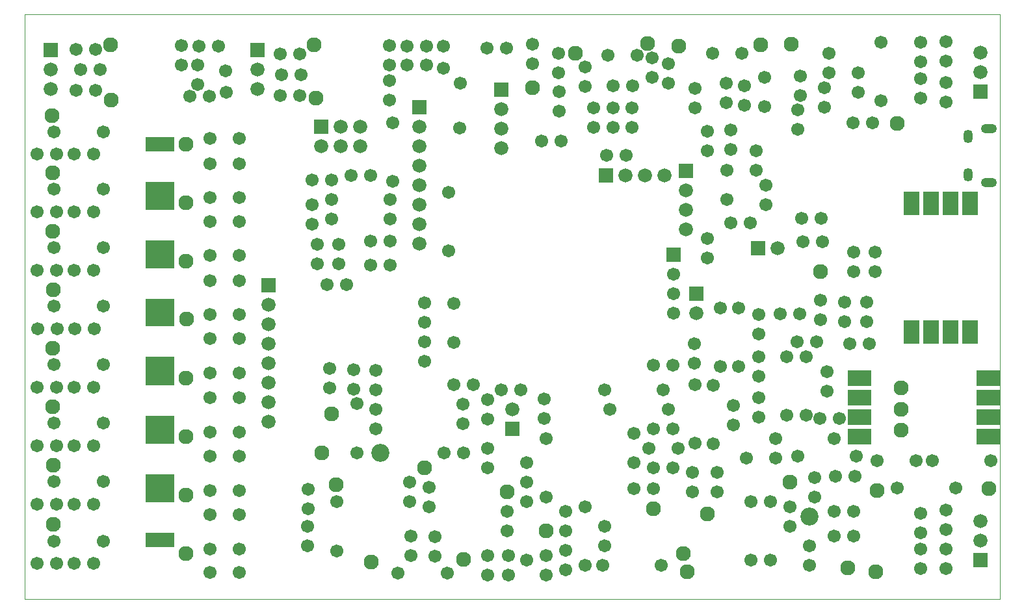
<source format=gbs>
G04 (created by PCBNEW-RS274X (2010-03-14)-final) date Wed 18 Sep 2013 10:54:28 PM EDT*
G01*
G70*
G90*
%MOIN*%
G04 Gerber Fmt 3.4, Leading zero omitted, Abs format*
%FSLAX34Y34*%
G04 APERTURE LIST*
%ADD10C,0.001000*%
%ADD11R,0.145000X0.073000*%
%ADD12C,0.067000*%
%ADD13R,0.072000X0.072000*%
%ADD14C,0.072000*%
%ADD15C,0.077000*%
%ADD16C,0.092000*%
%ADD17R,0.080000X0.120000*%
%ADD18R,0.120000X0.080000*%
%ADD19O,0.049500X0.069200*%
%ADD20O,0.081000X0.047600*%
G04 APERTURE END LIST*
G54D10*
X13760Y-39080D02*
X13760Y-09080D01*
X63760Y-39080D02*
X13760Y-39080D01*
X63760Y-09080D02*
X63760Y-39080D01*
X13760Y-09080D02*
X63760Y-09080D01*
G54D11*
X20709Y-33719D03*
X20709Y-36029D03*
X20709Y-30719D03*
X20709Y-33029D03*
X20709Y-27719D03*
X20709Y-30029D03*
X20709Y-24699D03*
X20709Y-27009D03*
X20709Y-21719D03*
X20709Y-24029D03*
X20709Y-18719D03*
X20709Y-21029D03*
X20709Y-15723D03*
X20709Y-18033D03*
G54D12*
X50976Y-19769D03*
X49976Y-19769D03*
X59484Y-31972D03*
X57484Y-31972D03*
X59700Y-37510D03*
X59700Y-36510D03*
X61000Y-37500D03*
X61000Y-36500D03*
X61000Y-34500D03*
X61000Y-35500D03*
X59700Y-34670D03*
X59700Y-35670D03*
X54010Y-36330D03*
X54010Y-37330D03*
X55260Y-35830D03*
X56260Y-35830D03*
X55260Y-34580D03*
X56260Y-34580D03*
X55340Y-32780D03*
X56340Y-32780D03*
X54898Y-28417D03*
X54898Y-27417D03*
X51401Y-29744D03*
X51401Y-28744D03*
X54358Y-25878D03*
X53358Y-25878D03*
X51398Y-27634D03*
X51398Y-26634D03*
X48760Y-20580D03*
X48760Y-21580D03*
X48120Y-25970D03*
X48120Y-26970D03*
X46010Y-27080D03*
X47010Y-27080D03*
X50090Y-30130D03*
X50090Y-29130D03*
X48010Y-33580D03*
X48010Y-32580D03*
X46010Y-32330D03*
X47010Y-32330D03*
X47010Y-30330D03*
X46010Y-30330D03*
X43510Y-35330D03*
X43510Y-36330D03*
X40510Y-36830D03*
X40510Y-37830D03*
X38560Y-36830D03*
X38560Y-37830D03*
X37510Y-36830D03*
X37510Y-37830D03*
X40410Y-29800D03*
X40410Y-28800D03*
X34272Y-26882D03*
X34272Y-25882D03*
X34272Y-23868D03*
X34272Y-24868D03*
X35776Y-23894D03*
X35776Y-25894D03*
X29510Y-17580D03*
X28510Y-17580D03*
X28510Y-18830D03*
X28510Y-19830D03*
X32510Y-21930D03*
X31510Y-21930D03*
X29860Y-21880D03*
X29860Y-20880D03*
X28760Y-21880D03*
X28760Y-20880D03*
X40260Y-15580D03*
X41260Y-15580D03*
X43921Y-12732D03*
X44921Y-12732D03*
X48142Y-12858D03*
X48142Y-13858D03*
X53620Y-19520D03*
X54620Y-19520D03*
X53680Y-20750D03*
X54680Y-20750D03*
X57240Y-14630D03*
X56240Y-14630D03*
G54D13*
X28970Y-14840D03*
G54D14*
X28970Y-15840D03*
X29970Y-14840D03*
X29970Y-15840D03*
X30970Y-14840D03*
X30970Y-15840D03*
G54D13*
X34010Y-13830D03*
G54D14*
X34010Y-14830D03*
X34010Y-15830D03*
X34010Y-16830D03*
X34010Y-17830D03*
X34010Y-18830D03*
X34010Y-19830D03*
X34010Y-20830D03*
G54D13*
X38210Y-12920D03*
G54D14*
X38210Y-13920D03*
X38210Y-14920D03*
X38210Y-15920D03*
G54D13*
X26268Y-22965D03*
G54D14*
X26268Y-23965D03*
X26268Y-24965D03*
X26268Y-25965D03*
X26268Y-26965D03*
X26268Y-27965D03*
X26268Y-28965D03*
X26268Y-29965D03*
X62760Y-36080D03*
X62760Y-35080D03*
G54D13*
X62760Y-37080D03*
X47680Y-17090D03*
G54D14*
X47680Y-18090D03*
X47680Y-19090D03*
X47680Y-20090D03*
G54D13*
X43560Y-17350D03*
G54D14*
X44560Y-17350D03*
X45560Y-17350D03*
X46560Y-17350D03*
G54D13*
X38760Y-30330D03*
G54D14*
X38760Y-29330D03*
G54D15*
X39795Y-12850D03*
X53071Y-10598D03*
X47524Y-36740D03*
X22048Y-18720D03*
G54D12*
X40510Y-33830D03*
X40510Y-30830D03*
X56420Y-31730D03*
X53420Y-31730D03*
X55260Y-30830D03*
X52260Y-30830D03*
X49070Y-28090D03*
X49070Y-31090D03*
X48140Y-31080D03*
X48140Y-28080D03*
X46760Y-29330D03*
X43760Y-29330D03*
X43510Y-28330D03*
X46510Y-28330D03*
X39190Y-28330D03*
X38190Y-28330D03*
G54D15*
X54563Y-22272D03*
G54D12*
X39510Y-37080D03*
X39510Y-34080D03*
X43420Y-37340D03*
X46420Y-37340D03*
X42510Y-37330D03*
X42510Y-34330D03*
X52010Y-37080D03*
X52010Y-34080D03*
X51010Y-34080D03*
X51010Y-37080D03*
X56510Y-13080D03*
X56510Y-12080D03*
G54D15*
X34260Y-32330D03*
X29510Y-29580D03*
G54D16*
X32010Y-31580D03*
G54D12*
X29400Y-27250D03*
X29400Y-28250D03*
X31760Y-29330D03*
X31760Y-30330D03*
X31760Y-27330D03*
X31760Y-28330D03*
X37510Y-28830D03*
X37510Y-29830D03*
X35510Y-21200D03*
X35510Y-18200D03*
X28260Y-35330D03*
X28260Y-36330D03*
X33510Y-34080D03*
X33510Y-33080D03*
X34510Y-34330D03*
X34510Y-33330D03*
G54D15*
X29750Y-33200D03*
G54D12*
X24768Y-33490D03*
X23268Y-33490D03*
X24758Y-36490D03*
X23258Y-36490D03*
X23268Y-34730D03*
X24768Y-34730D03*
X23274Y-37689D03*
X24774Y-37689D03*
X37510Y-32330D03*
X37510Y-31330D03*
X36260Y-31580D03*
X35260Y-31580D03*
X51760Y-17830D03*
X51760Y-18830D03*
X48760Y-16080D03*
X48760Y-15080D03*
G54D15*
X31530Y-37170D03*
X29010Y-31580D03*
G54D12*
X52260Y-31830D03*
X50760Y-31830D03*
X45760Y-31330D03*
X47260Y-31330D03*
X45010Y-30580D03*
X45010Y-32080D03*
X32510Y-19580D03*
X29510Y-19580D03*
X32510Y-18580D03*
X29510Y-18580D03*
X51693Y-13789D03*
X51693Y-12289D03*
X49760Y-17080D03*
X49760Y-18580D03*
X23258Y-28730D03*
X24758Y-28730D03*
X23258Y-31730D03*
X24758Y-31730D03*
X24758Y-21450D03*
X23258Y-21450D03*
X24758Y-24460D03*
X23258Y-24460D03*
X24758Y-27460D03*
X23258Y-27460D03*
X24758Y-30500D03*
X23258Y-30500D03*
X23258Y-22730D03*
X24758Y-22730D03*
X23258Y-25710D03*
X24758Y-25710D03*
X24758Y-18470D03*
X23258Y-18470D03*
X23258Y-19710D03*
X24758Y-19710D03*
X24758Y-15420D03*
X23258Y-15420D03*
X23258Y-16730D03*
X24758Y-16730D03*
G54D15*
X22048Y-15720D03*
X63220Y-33398D03*
X46010Y-34430D03*
X57420Y-37660D03*
X38510Y-33580D03*
X48780Y-34690D03*
X40510Y-35580D03*
X47748Y-37677D03*
G54D16*
X54010Y-34830D03*
G54D15*
X55980Y-37480D03*
X53010Y-33080D03*
X57461Y-33516D03*
X42010Y-11080D03*
X45689Y-10567D03*
X51504Y-10646D03*
X36280Y-37020D03*
G54D12*
X30510Y-17330D03*
X31510Y-17330D03*
G54D15*
X58492Y-14657D03*
X47303Y-10701D03*
G54D12*
X29260Y-22950D03*
X30260Y-22950D03*
X36760Y-28080D03*
X35760Y-28080D03*
X55547Y-29795D03*
X54547Y-29795D03*
X49748Y-13587D03*
X49748Y-12587D03*
X42510Y-12780D03*
X42510Y-11780D03*
X45953Y-12315D03*
X45953Y-11315D03*
X39510Y-32080D03*
X39510Y-33080D03*
X49260Y-32580D03*
X49260Y-33580D03*
X38510Y-35580D03*
X38510Y-34580D03*
X46010Y-33410D03*
X45010Y-33410D03*
X41510Y-34580D03*
X41510Y-35580D03*
X41510Y-37580D03*
X41510Y-36580D03*
X54260Y-32830D03*
X54260Y-33830D03*
X53010Y-35330D03*
X53010Y-34330D03*
X33580Y-35840D03*
X33580Y-36840D03*
X53527Y-12232D03*
X53527Y-13232D03*
X55010Y-11080D03*
X55010Y-12080D03*
X31500Y-20700D03*
X32500Y-20700D03*
X32650Y-14632D03*
X32650Y-17632D03*
X44610Y-16290D03*
X43610Y-16290D03*
X41160Y-13020D03*
X41160Y-14020D03*
X41150Y-12060D03*
X41150Y-11060D03*
X15388Y-16250D03*
X14388Y-16250D03*
X15388Y-19200D03*
X14388Y-19200D03*
X15388Y-22200D03*
X14388Y-22200D03*
X15438Y-25200D03*
X14438Y-25200D03*
X15388Y-28200D03*
X14388Y-28200D03*
X15388Y-31200D03*
X14388Y-31200D03*
X15388Y-34200D03*
X14388Y-34200D03*
X15388Y-37250D03*
X14388Y-37250D03*
X38468Y-10807D03*
X37468Y-10807D03*
X39799Y-11587D03*
X39799Y-10587D03*
X59700Y-13360D03*
X59700Y-12360D03*
X59690Y-10500D03*
X59690Y-11500D03*
X60990Y-10480D03*
X60990Y-11480D03*
X61000Y-13580D03*
X61000Y-12580D03*
G54D14*
X62760Y-12040D03*
X62760Y-11040D03*
G54D13*
X62760Y-13040D03*
G54D12*
X43930Y-14860D03*
X43930Y-13860D03*
X44910Y-14860D03*
X44910Y-13860D03*
X42930Y-14860D03*
X42930Y-13860D03*
X36240Y-30070D03*
X36240Y-29070D03*
X30650Y-27300D03*
X30650Y-28300D03*
X28320Y-34430D03*
X28320Y-33430D03*
X34790Y-35880D03*
X34790Y-36880D03*
X16288Y-16250D03*
X17288Y-16250D03*
X16288Y-19200D03*
X17288Y-19200D03*
X16338Y-25200D03*
X17338Y-25200D03*
X16288Y-22200D03*
X17288Y-22200D03*
X16288Y-31200D03*
X17288Y-31200D03*
X16288Y-28200D03*
X17288Y-28200D03*
X16288Y-37250D03*
X17288Y-37250D03*
X16288Y-34200D03*
X17288Y-34200D03*
X49960Y-16000D03*
X49960Y-15000D03*
X51260Y-16080D03*
X51260Y-17080D03*
X54760Y-12840D03*
X54760Y-13840D03*
X53409Y-13972D03*
X53409Y-14972D03*
X60295Y-31976D03*
X63295Y-31976D03*
X58488Y-33382D03*
X61488Y-33382D03*
G54D15*
X22048Y-27720D03*
X22048Y-30720D03*
X22048Y-33720D03*
X22048Y-36720D03*
X22058Y-24700D03*
X22048Y-21720D03*
G54D12*
X51390Y-24470D03*
X51390Y-25470D03*
X54580Y-23740D03*
X54580Y-24740D03*
X50370Y-27130D03*
X50370Y-24130D03*
X49450Y-24130D03*
X49450Y-27130D03*
X52500Y-24420D03*
X53500Y-24420D03*
X53831Y-26638D03*
X53831Y-29638D03*
X52838Y-29634D03*
X52838Y-26634D03*
X15263Y-15100D03*
X17813Y-15100D03*
X15263Y-18050D03*
X17813Y-18050D03*
X15263Y-21050D03*
X17813Y-21050D03*
X15263Y-24050D03*
X17813Y-24050D03*
X15263Y-27050D03*
X17813Y-27050D03*
X15263Y-30050D03*
X17813Y-30050D03*
X32895Y-37730D03*
X35445Y-37730D03*
X15263Y-33050D03*
X17813Y-33050D03*
X15263Y-36100D03*
X17813Y-36100D03*
X29760Y-36605D03*
X29760Y-34055D03*
X30800Y-29025D03*
X30800Y-31575D03*
X50673Y-12728D03*
X50673Y-13728D03*
X46775Y-11587D03*
X46775Y-12587D03*
X56272Y-22283D03*
X56272Y-21283D03*
X55807Y-24827D03*
X55807Y-23827D03*
X56925Y-24835D03*
X56925Y-23835D03*
X57386Y-22283D03*
X57386Y-21283D03*
X26941Y-12165D03*
X27941Y-12165D03*
X57063Y-25980D03*
X56063Y-25980D03*
X26862Y-11102D03*
X27862Y-11102D03*
X26882Y-13248D03*
X27882Y-13248D03*
X32480Y-10681D03*
X32480Y-11681D03*
X33378Y-11673D03*
X34378Y-11673D03*
X34378Y-10689D03*
X33378Y-10689D03*
X32480Y-13453D03*
X32480Y-12453D03*
G54D13*
X25709Y-10890D03*
G54D14*
X25709Y-11890D03*
X25709Y-12890D03*
G54D15*
X15228Y-35240D03*
X15228Y-32213D03*
X15197Y-29213D03*
X15197Y-26213D03*
X15244Y-23213D03*
X15213Y-20209D03*
X15213Y-17209D03*
X15173Y-14268D03*
G54D12*
X35236Y-10689D03*
X35236Y-11831D03*
X16646Y-11909D03*
X17646Y-11909D03*
X23713Y-10709D03*
X22713Y-10709D03*
X23244Y-13268D03*
X22244Y-13268D03*
X21791Y-10661D03*
X21791Y-11661D03*
X22630Y-11673D03*
X22630Y-12673D03*
X16390Y-10866D03*
X17390Y-10866D03*
X17390Y-12972D03*
X16390Y-12972D03*
G54D13*
X15118Y-10909D03*
G54D14*
X15118Y-11909D03*
X15118Y-12909D03*
G54D15*
X18177Y-10646D03*
X18220Y-13476D03*
X28602Y-10650D03*
X28720Y-13366D03*
G54D12*
X24071Y-11953D03*
X24091Y-13079D03*
G54D15*
X58701Y-30413D03*
X58701Y-29331D03*
X58701Y-28228D03*
G54D12*
X47050Y-23400D03*
X47050Y-24400D03*
X36100Y-12600D03*
X36080Y-14900D03*
G54D17*
X62252Y-25355D03*
X61252Y-25355D03*
X60252Y-25355D03*
X59252Y-25355D03*
X59252Y-18755D03*
X60252Y-18755D03*
X61252Y-18755D03*
X62252Y-18755D03*
G54D18*
X56574Y-30728D03*
X56574Y-29728D03*
X56574Y-28728D03*
X56574Y-27728D03*
X63174Y-27728D03*
X63174Y-28728D03*
X63174Y-29728D03*
X63174Y-30728D03*
G54D19*
X62126Y-17299D03*
X62126Y-15331D03*
G54D20*
X63189Y-17693D03*
X63189Y-14937D03*
G54D12*
X43671Y-11177D03*
X45171Y-11177D03*
X49041Y-11079D03*
X50541Y-11079D03*
X57685Y-13496D03*
X57685Y-10496D03*
G54D13*
X47037Y-21390D03*
G54D12*
X47037Y-22390D03*
G54D13*
X51366Y-21067D03*
G54D14*
X52366Y-21067D03*
G54D13*
X48201Y-23398D03*
G54D14*
X48201Y-24398D03*
M02*

</source>
